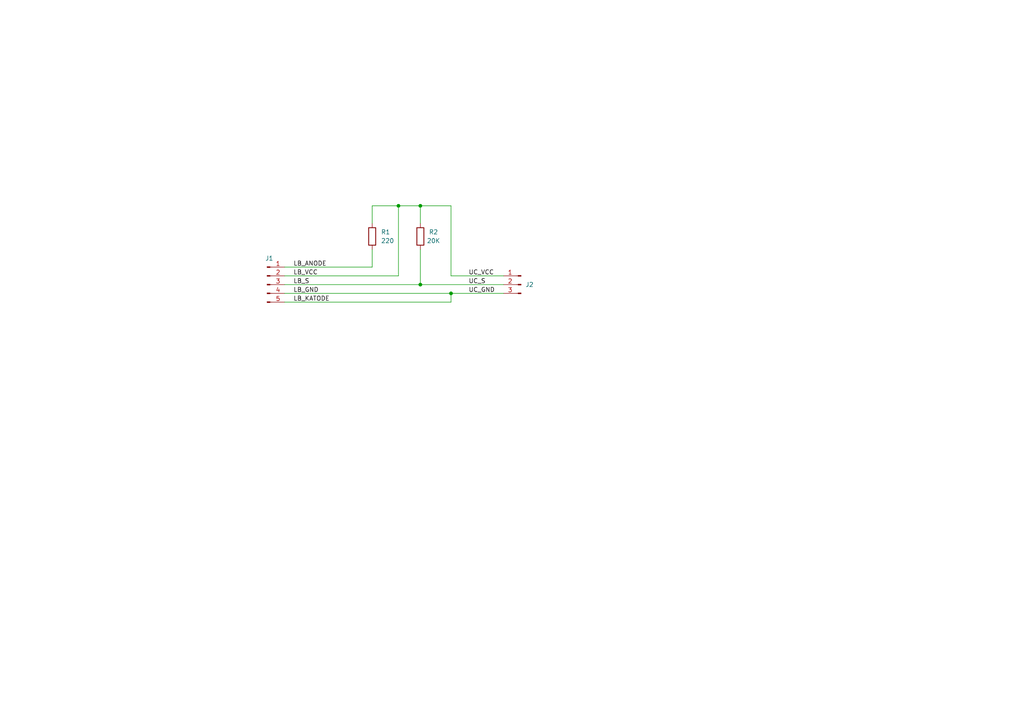
<source format=kicad_sch>
(kicad_sch (version 20211123) (generator eeschema)
  (paper "A4")
  (lib_symbols
    (symbol "fab:Conn_PinHeader_1x03_P2.54mm_Vertical_THT_D1mm" (pin_names (offset 1.016) hide)
      (property "Reference" "J" (at 0 5.08 0))
      (property "Value" "Conn_PinHeader_1x03_P2.54mm_Vertical_THT_D1mm" (at 0 -5.08 0))
      (symbol "Conn_PinHeader_1x03_P2.54mm_Vertical_THT_D1mm_1_1"
        (polyline (pts (xy 1.27 -2.54) (xy 0.8636 -2.54)) (stroke (width 0.1524)))
        (polyline (pts (xy 1.27 0) (xy 0.8636 0)) (stroke (width 0.1524)))
        (polyline (pts (xy 1.27 2.54) (xy 0.8636 2.54)) (stroke (width 0.1524)))
        (rectangle (start 0.8636 -2.413) (end 0 -2.667) (stroke (width 0.1524)) (fill (type outline)))
        (rectangle (start 0.8636 0.127) (end 0 -0.127) (stroke (width 0.1524)) (fill (type outline)))
        (rectangle (start 0.8636 2.667) (end 0 2.413) (stroke (width 0.1524)) (fill (type outline)))
        (pin passive line (at 5.08 2.54 180) (length 3.81) (name "Pin_1") (number "1"))
        (pin passive line (at 5.08 0 180) (length 3.81) (name "Pin_2") (number "2"))
        (pin passive line (at 5.08 -2.54 180) (length 3.81) (name "Pin_3") (number "3"))
      )
    )
    (symbol "fab:Conn_PinHeader_1x05_P2.54mm_Vertical_THT_D1mm" (pin_names (offset 1.016) hide)
      (property "Reference" "J" (at 0 7.62 0))
      (property "Value" "Conn_PinHeader_1x05_P2.54mm_Vertical_THT_D1mm" (at 0 -7.62 0))
      (symbol "Conn_PinHeader_1x05_P2.54mm_Vertical_THT_D1mm_1_1"
        (polyline (pts (xy 1.27 -5.08) (xy 0.8636 -5.08)) (stroke (width 0.1524)))
        (polyline (pts (xy 1.27 -2.54) (xy 0.8636 -2.54)) (stroke (width 0.1524)))
        (polyline (pts (xy 1.27 0) (xy 0.8636 0)) (stroke (width 0.1524)))
        (polyline (pts (xy 1.27 2.54) (xy 0.8636 2.54)) (stroke (width 0.1524)))
        (polyline (pts (xy 1.27 5.08) (xy 0.8636 5.08)) (stroke (width 0.1524)))
        (rectangle (start 0.8636 -4.953) (end 0 -5.207) (stroke (width 0.1524)) (fill (type outline)))
        (rectangle (start 0.8636 -2.413) (end 0 -2.667) (stroke (width 0.1524)) (fill (type outline)))
        (rectangle (start 0.8636 0.127) (end 0 -0.127) (stroke (width 0.1524)) (fill (type outline)))
        (rectangle (start 0.8636 2.667) (end 0 2.413) (stroke (width 0.1524)) (fill (type outline)))
        (rectangle (start 0.8636 5.207) (end 0 4.953) (stroke (width 0.1524)) (fill (type outline)))
        (pin passive line (at 5.08 5.08 180) (length 3.81) (name "Pin_1") (number "1"))
        (pin passive line (at 5.08 2.54 180) (length 3.81) (name "Pin_2") (number "2"))
        (pin passive line (at 5.08 0 180) (length 3.81) (name "Pin_3") (number "3"))
        (pin passive line (at 5.08 -2.54 180) (length 3.81) (name "Pin_4") (number "4"))
        (pin passive line (at 5.08 -5.08 180) (length 3.81) (name "Pin_5") (number "5"))
      )
    )
    (symbol "fab:R" (pin_numbers hide) (pin_names (offset 0))
      (property "Reference" "R" (at 2.032 0 90))
      (property "Value" "R" (at 0 0 90))
      (symbol "R_0_1"
        (rectangle (start -1.016 -2.54) (end 1.016 2.54) (stroke (width 0.254)))
      )
      (symbol "R_1_1"
        (pin passive line (at 0 3.81 270) (length 1.27) (name "~") (number "1"))
        (pin passive line (at 0 -3.81 90) (length 1.27) (name "~") (number "2"))
      )
    )
  )
  (junction (at 121.92 59.69))
  (junction (at 130.81 85.09))
  (junction (at 115.57 59.69))
  (junction (at 121.92 82.55))
  (wire (pts (xy 107.95 77.47) (xy 107.95 72.39)))
  (wire (pts (xy 82.55 87.63) (xy 130.81 87.63)))
  (wire (pts (xy 115.57 59.69) (xy 121.92 59.69)))
  (wire (pts (xy 121.92 82.55) (xy 146.05 82.55)))
  (wire (pts (xy 107.95 59.69) (xy 115.57 59.69)))
  (wire (pts (xy 130.81 80.01) (xy 146.05 80.01)))
  (wire (pts (xy 121.92 82.55) (xy 121.92 72.39)))
  (wire (pts (xy 82.55 82.55) (xy 121.92 82.55)))
  (wire (pts (xy 130.81 85.09) (xy 146.05 85.09)))
  (wire (pts (xy 130.81 59.69) (xy 130.81 80.01)))
  (wire (pts (xy 115.57 59.69) (xy 115.57 80.01)))
  (wire (pts (xy 82.55 77.47) (xy 107.95 77.47)))
  (wire (pts (xy 130.81 85.09) (xy 130.81 87.63)))
  (wire (pts (xy 121.92 59.69) (xy 121.92 64.77)))
  (wire (pts (xy 82.55 85.09) (xy 130.81 85.09)))
  (wire (pts (xy 121.92 59.69) (xy 130.81 59.69)))
  (wire (pts (xy 82.55 80.01) (xy 115.57 80.01)))
  (wire (pts (xy 107.95 59.69) (xy 107.95 64.77)))
  (label "LB_VCC" (at 85.09 80.01 0))
  (label "UC_VCC" (at 135.89 80.01 0))
  (label "UC_S" (at 135.89 82.55 0))
  (label "UC_GND" (at 135.89 85.09 0))
  (label "LB_ANODE" (at 85.09 77.47 0))
  (label "LB_KATODE" (at 85.09 87.63 0))
  (label "LB_S" (at 85.09 82.55 0))
  (label "LB_GND" (at 85.09 85.09 0))
  (symbol (lib_id "fab:Conn_PinHeader_1x05_P2.54mm_Vertical_THT_D1mm") (at 77.47 82.55 0) (unit 1)
    (property "Reference" "J1" (at 78.105 74.93 0))
    (property "Value" "Conn_PinHeader_1x05_P2.54mm_Vertical_THT_D1mm" (effects hide))
    (property "Footprint" "fab:PinHeader_1x05_P2.54mm_Vertical_THT_D1mm" (effects hide))
  )
  (symbol (lib_id "fab:Conn_PinHeader_1x03_P2.54mm_Vertical_THT_D1mm") (at 151.13 82.55 0) (mirror y) (unit 1)
    (property "Reference" "J2" (at 152.4 82.5499 0) (effects (justify right)))
    (property "Value" "Conn_PinHeader_1x03_P2.54mm_Vertical_THT_D1mm" (effects hide))
    (property "Footprint" "fab:PinHeader_1x03_P2.54mm_Vertical_THT_D1mm" (effects hide))
  )
  (symbol (lib_id "fab:R") (at 107.95 68.58 180) (unit 1)
    (property "Reference" "R1" (at 110.49 67.3099 0) (effects (justify right)))
    (property "Value" "220" (at 110.49 69.8499 0) (effects (justify right)))
    (property "Footprint" "Resistor_THT:R_Axial_DIN0207_L6.3mm_D2.5mm_P10.16mm_Horizontal" (effects hide))
  )
  (symbol (lib_id "fab:R") (at 121.92 68.58 180) (unit 1)
    (property "Reference" "R2" (at 125.73 67.31 0))
    (property "Value" "20K" (at 125.73 69.85 0))
    (property "Footprint" "Resistor_THT:R_Axial_DIN0207_L6.3mm_D2.5mm_P10.16mm_Horizontal" (effects hide))
  )
)
</source>
